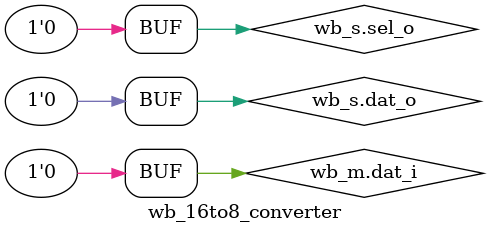
<source format=sv>
module wb_16to8_converter (
    wb_if.master16 wb_m,  // 16-bit master interface
    wb_if.slave8   wb_s   // 8-bit slave interface
);

    // ---- ADDRESS AND CONTROL SIGNALS ----
    assign wb_s.adr_o = wb_m.adr_o;  // Address passes through
    assign wb_s.we_o  = wb_m.we_o;
    assign wb_s.cyc_o = wb_m.cyc_o;
    assign wb_s.stb_o = wb_m.stb_o && (|wb_m.sel_o);  // Strobe only if any sel active

    // ---- BYTE SELECTION LOGIC ----
    // 8-bit device uses single bit select based on address[0]
    always_comb begin
        wb_s.sel_o = 1'b0;
        case (wb_m.adr_o[0])
            1'b0: wb_s.sel_o = wb_m.sel_o[0];  // Lower byte
            1'b1: wb_s.sel_o = wb_m.sel_o[1];  // Upper byte
        endcase
    end

    // ---- DATA WRITE PATH (16-bit → 8-bit) ----
    // Select appropriate byte from 16-bit data
    always_comb begin
        wb_s.dat_o = 8'b0;
        case (wb_m.adr_o[0])
            1'b0: wb_s.dat_o = wb_m.dat_o[7:0];   // Lower byte
            1'b1: wb_s.dat_o = wb_m.dat_o[15:8];  // Upper byte
        endcase
    end

    // ---- DATA READ PATH (8-bit → 16-bit) ----
    // Place 8-bit data in correct byte lane of 16-bit bus
    always_comb begin
        wb_m.dat_i = 16'b0;
        case (wb_m.adr_o[0])
            1'b0: wb_m.dat_i = {8'b0, wb_s.dat_i};  // Lower byte
            1'b1: wb_m.dat_i = {wb_s.dat_i, 8'b0};  // Upper byte
        endcase
    end

    // ---- RESPONSE SIGNALS ----
    assign wb_m.ack_i = wb_s.ack_i;
    assign wb_m.err_i = wb_s.err_i;
    assign wb_m.rty_i = wb_s.rty_i;

endmodule

</source>
